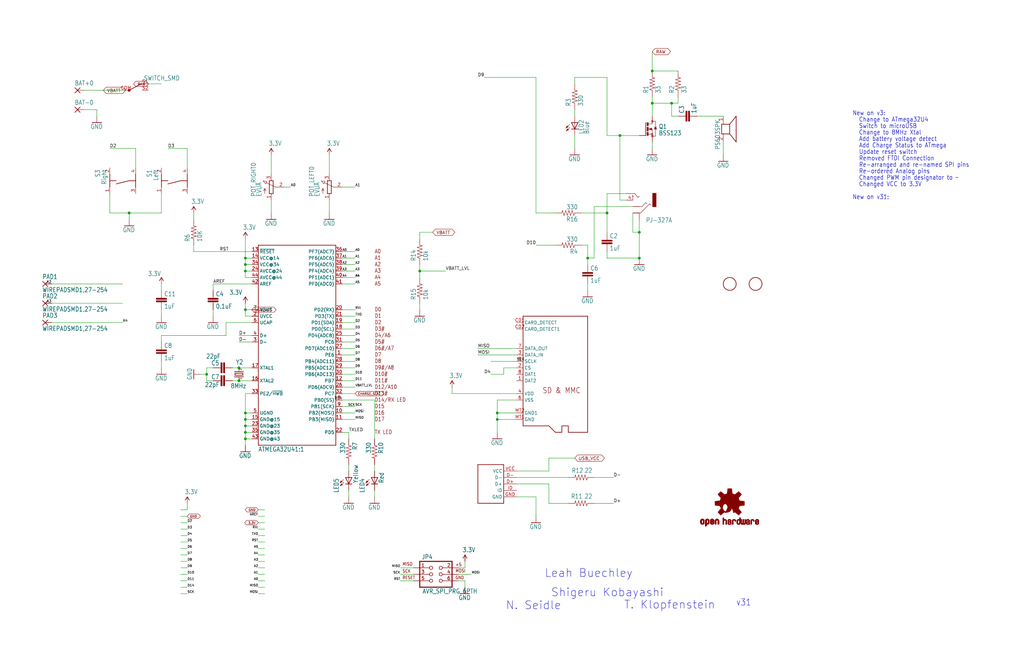
<source format=kicad_sch>
(kicad_sch (version 20230121) (generator eeschema)
  (paper "User" 402.793 260.121)
  (lib_symbols
    (symbol "working-eagle-import:3.3V" (power)
      (property "Value" "3.3V" (at -1.016 3.556 0))
      (symbol "3.3V_1_0"
        (pin power_in line (at 0 0 90) (length 2.54) (name "3.3V") (number "1"))
      )
    )
    (symbol "working-eagle-import:ATMEGA32U41{colon}1"
      (symbol "ATMEGA32U41{colon}1_1_0"
        (text "A0" (at 30.48 34.798 0) (effects (font (size 1.524 1.2954)) (justify left bottom)))
        (text "A1" (at 30.48 32.258 0) (effects (font (size 1.524 1.2954)) (justify left bottom)))
        (text "A2" (at 30.48 29.718 0) (effects (font (size 1.524 1.2954)) (justify left bottom)))
        (text "A3" (at 30.48 27.178 0) (effects (font (size 1.524 1.2954)) (justify left bottom)))
        (text "A4" (at 30.48 24.638 0) (effects (font (size 1.524 1.2954)) (justify left bottom)))
        (text "A5" (at 30.48 22.098 0) (effects (font (size 1.524 1.2954)) (justify left bottom)))
        (text "D0" (at 30.48 11.938 0) (effects (font (size 1.524 1.2954)) (justify left bottom)))
        (text "D1" (at 30.48 9.398 0) (effects (font (size 1.524 1.2954)) (justify left bottom)))
        (text "D10#" (at 30.48 -13.462 0) (effects (font (size 1.524 1.2954)) (justify left bottom)))
        (text "D11#" (at 30.48 -16.002 0) (effects (font (size 1.524 1.2954)) (justify left bottom)))
        (text "D12/A10" (at 30.48 -18.542 0) (effects (font (size 1.524 1.2954)) (justify left bottom)))
        (text "D13#" (at 30.48 -21.082 0) (effects (font (size 1.524 1.2954)) (justify left bottom)))
        (text "D14/RX LED" (at 30.48 -23.622 0) (effects (font (size 1.524 1.2954)) (justify left bottom)))
        (text "D15" (at 30.48 -26.162 0) (effects (font (size 1.524 1.2954)) (justify left bottom)))
        (text "D16" (at 30.48 -28.702 0) (effects (font (size 1.524 1.2954)) (justify left bottom)))
        (text "D17" (at 30.48 -31.242 0) (effects (font (size 1.524 1.2954)) (justify left bottom)))
        (text "D2" (at 30.48 6.858 0) (effects (font (size 1.524 1.2954)) (justify left bottom)))
        (text "D3#" (at 30.48 4.318 0) (effects (font (size 1.524 1.2954)) (justify left bottom)))
        (text "D4/A6" (at 30.48 1.778 0) (effects (font (size 1.524 1.2954)) (justify left bottom)))
        (text "D5#" (at 30.48 -0.762 0) (effects (font (size 1.524 1.2954)) (justify left bottom)))
        (text "D6#/A7" (at 30.48 -3.302 0) (effects (font (size 1.524 1.2954)) (justify left bottom)))
        (text "D7" (at 30.48 -5.842 0) (effects (font (size 1.524 1.2954)) (justify left bottom)))
        (text "D8" (at 30.48 -8.382 0) (effects (font (size 1.524 1.2954)) (justify left bottom)))
        (text "D9#/A8" (at 30.48 -10.922 0) (effects (font (size 1.524 1.2954)) (justify left bottom)))
        (text "TX LED" (at 30.48 -36.322 0) (effects (font (size 1.524 1.2954)) (justify left bottom)))
        (pin bidirectional line (at 17.78 -5.08 180) (length 2.54) (name "PE6") (number "1"))
        (pin bidirectional line (at 17.78 -27.94 180) (length 2.54) (name "PB2(MOSI)") (number "10"))
        (pin bidirectional line (at 17.78 -30.48 180) (length 2.54) (name "PB3(MISO)") (number "11"))
        (pin bidirectional line (at 17.78 -15.24 180) (length 2.54) (name "PB7") (number "12"))
        (pin bidirectional line (at -17.78 35.56 0) (length 2.54) (name "~{RESET}") (number "13"))
        (pin bidirectional line (at -17.78 33.02 0) (length 2.54) (name "VCC@14") (number "14"))
        (pin bidirectional line (at -17.78 -30.48 0) (length 2.54) (name "GND@15") (number "15"))
        (pin bidirectional line (at -17.78 -15.24 0) (length 2.54) (name "XTAL2") (number "16"))
        (pin bidirectional line (at -17.78 -10.16 0) (length 2.54) (name "XTAL1") (number "17"))
        (pin bidirectional line (at 17.78 5.08 180) (length 2.54) (name "PD0(SCL)") (number "18"))
        (pin bidirectional line (at 17.78 7.62 180) (length 2.54) (name "PD1(SDA)") (number "19"))
        (pin bidirectional line (at -17.78 10.16 0) (length 2.54) (name "UVCC") (number "2"))
        (pin bidirectional line (at 17.78 12.7 180) (length 2.54) (name "PD2(RX)") (number "20"))
        (pin bidirectional line (at 17.78 10.16 180) (length 2.54) (name "PD3(TX)") (number "21"))
        (pin bidirectional line (at 17.78 -35.56 180) (length 2.54) (name "PD5") (number "22"))
        (pin bidirectional line (at -17.78 -33.02 0) (length 2.54) (name "GND@23") (number "23"))
        (pin bidirectional line (at -17.78 27.94 0) (length 2.54) (name "AVCC@24") (number "24"))
        (pin bidirectional line (at 17.78 2.54 180) (length 2.54) (name "PD4(ADC8)") (number "25"))
        (pin bidirectional line (at 17.78 -17.78 180) (length 2.54) (name "PD6(ADC9)") (number "26"))
        (pin bidirectional line (at 17.78 -2.54 180) (length 2.54) (name "PD7(ADC10)") (number "27"))
        (pin bidirectional line (at 17.78 -7.62 180) (length 2.54) (name "PB4(ADC11)") (number "28"))
        (pin bidirectional line (at 17.78 -10.16 180) (length 2.54) (name "PB5(ADC12)") (number "29"))
        (pin bidirectional line (at -17.78 0 0) (length 2.54) (name "D-") (number "3"))
        (pin bidirectional line (at 17.78 -12.7 180) (length 2.54) (name "PB6(ADC13)") (number "30"))
        (pin bidirectional line (at 17.78 0 180) (length 2.54) (name "PC6") (number "31"))
        (pin bidirectional line (at 17.78 -20.32 180) (length 2.54) (name "PC7") (number "32"))
        (pin bidirectional line (at -17.78 -20.32 0) (length 2.54) (name "PE2/~{HWB}") (number "33"))
        (pin bidirectional line (at -17.78 30.48 0) (length 2.54) (name "VCC@34") (number "34"))
        (pin bidirectional line (at -17.78 -35.56 0) (length 2.54) (name "GND@35") (number "35"))
        (pin bidirectional line (at 17.78 35.56 180) (length 2.54) (name "PF7(ADC7)") (number "36"))
        (pin bidirectional line (at 17.78 33.02 180) (length 2.54) (name "PF6(ADC6)") (number "37"))
        (pin bidirectional line (at 17.78 30.48 180) (length 2.54) (name "PF5(ADC5)") (number "38"))
        (pin bidirectional line (at 17.78 27.94 180) (length 2.54) (name "PF4(ADC4)") (number "39"))
        (pin bidirectional line (at -17.78 2.54 0) (length 2.54) (name "D+") (number "4"))
        (pin bidirectional line (at 17.78 25.4 180) (length 2.54) (name "PF1(ADC1)") (number "40"))
        (pin bidirectional line (at 17.78 22.86 180) (length 2.54) (name "PF0(ADC0)") (number "41"))
        (pin bidirectional line (at -17.78 22.86 0) (length 2.54) (name "AREF") (number "42"))
        (pin bidirectional line (at -17.78 -38.1 0) (length 2.54) (name "GND@43") (number "43"))
        (pin bidirectional line (at -17.78 25.4 0) (length 2.54) (name "AVCC@44") (number "44"))
        (pin bidirectional line (at -17.78 -27.94 0) (length 2.54) (name "UGND") (number "5"))
        (pin bidirectional line (at -17.78 7.62 0) (length 2.54) (name "UCAP") (number "6"))
        (pin bidirectional line (at -17.78 12.7 0) (length 2.54) (name "VBUS") (number "7"))
        (pin bidirectional line (at 17.78 -22.86 180) (length 2.54) (name "PB0(SS)") (number "8"))
        (pin bidirectional line (at 17.78 -25.4 180) (length 2.54) (name "PB1(SCK)") (number "9"))
      )
    )
    (symbol "working-eagle-import:AVR_SPI_PRG_6PTH"
      (property "Reference" "J" (at -4.318 5.842 0))
      (symbol "AVR_SPI_PRG_6PTH_1_0"
        (text "+5" (at 8.89 3.048 0) (effects (font (size 1.27 1.0795)) (justify left bottom)))
        (text "GND" (at 8.89 -2.032 0) (effects (font (size 1.27 1.0795)) (justify left bottom)))
        (text "MISO" (at -11.938 3.302 0) (effects (font (size 1.27 1.0795)) (justify left bottom)))
        (text "MOSI" (at 8.89 0.635 0) (effects (font (size 1.27 1.0795)) (justify left bottom)))
        (text "RESET" (at -11.938 -2.032 0) (effects (font (size 1.27 1.0795)) (justify left bottom)))
        (text "SCK" (at -11.938 0.508 0) (effects (font (size 1.27 1.0795)) (justify left bottom)))
        (pin passive inverted (at -7.62 2.54 0) (length 7.62) (name "1") (number "1"))
        (pin passive inverted (at 10.16 2.54 180) (length 7.62) (name "2") (number "2"))
        (pin passive inverted (at -7.62 0 0) (length 7.62) (name "3") (number "3"))
        (pin passive inverted (at 10.16 0 180) (length 7.62) (name "4") (number "4"))
        (pin passive inverted (at -7.62 -2.54 0) (length 7.62) (name "5") (number "5"))
        (pin passive inverted (at 10.16 -2.54 180) (length 7.62) (name "6") (number "6"))
      )
    )
    (symbol "working-eagle-import:BSS123"
      (property "Reference" "Q" (at 2.54 0 0))
      (symbol "BSS123_1_0"
        (pin passive line (at -5.08 -2.54 0) (length 2.54) (name "G") (number "1"))
        (pin passive line (at 0 -5.08 90) (length 2.54) (name "S") (number "2"))
        (pin passive line (at 0 5.08 270) (length 2.54) (name "D") (number "3"))
      )
    )
    (symbol "working-eagle-import:CAP0603-CAP"
      (property "Reference" "C" (at 1.524 2.921 0))
      (symbol "CAP0603-CAP_1_0"
        (pin passive line (at 0 5.08 270) (length 2.54) (name "1") (number "1"))
        (pin passive line (at 0 -2.54 90) (length 2.54) (name "2") (number "2"))
      )
    )
    (symbol "working-eagle-import:CRYSTAL5X3"
      (property "Reference" "Y" (at 2.54 1.016 0))
      (symbol "CRYSTAL5X3_1_0"
        (text "1" (at -2.159 -1.143 0) (effects (font (size 0.8636 0.734)) (justify left bottom)))
        (text "2" (at 1.524 -1.143 0) (effects (font (size 0.8636 0.734)) (justify left bottom)))
        (pin passive line (at -2.54 0 0) (length 0) (name "1") (number "1"))
        (pin passive line (at 2.54 0 180) (length 0) (name "2") (number "3"))
      )
    )
    (symbol "working-eagle-import:EVUA"
      (property "Reference" "R" (at -5.969 -3.81 90))
      (symbol "EVUA_1_0"
        (pin passive line (at 0 -5.08 90) (length 2.54) (name "A") (number "1"))
        (pin passive line (at 5.08 0 180) (length 2.54) (name "S") (number "2"))
        (pin passive line (at 0 5.08 270) (length 2.54) (name "E") (number "3"))
      )
    )
    (symbol "working-eagle-import:FIDUCIAL")
    (symbol "working-eagle-import:GND" (power)
      (property "Value" "GND" (at -2.54 -2.54 0))
      (symbol "GND_1_0"
        (pin power_in line (at 0 2.54 270) (length 2.54) (name "GND") (number "1"))
      )
    )
    (symbol "working-eagle-import:LED0603"
      (property "Reference" "LED" (at 3.556 -4.572 90))
      (symbol "LED0603_1_0"
        (pin passive line (at 0 2.54 270) (length 2.54) (name "A") (number "A"))
        (pin passive line (at 0 -5.08 90) (length 2.54) (name "C") (number "C"))
      )
    )
    (symbol "working-eagle-import:MICROSD"
      (symbol "MICROSD_1_0"
        (text "SD & MMC" (at -7.62 -10.16 0) (effects (font (size 2.1844 1.8567)) (justify left bottom)))
        (pin bidirectional line (at -17.78 -5.08 0) (length 2.54) (name "DAT2") (number "1"))
        (pin input line (at -17.78 0 0) (length 2.54) (name "CS") (number "2"))
        (pin input line (at -17.78 5.08 0) (length 2.54) (name "DATA_IN") (number "3"))
        (pin power_in line (at -17.78 -10.16 0) (length 2.54) (name "VDD") (number "4"))
        (pin input line (at -17.78 2.54 0) (length 2.54) (name "SCLK") (number "5"))
        (pin power_in line (at -17.78 -12.7 0) (length 2.54) (name "VSS") (number "6"))
        (pin output line (at -17.78 7.62 0) (length 2.54) (name "DATA_OUT") (number "7"))
        (pin bidirectional line (at -17.78 -2.54 0) (length 2.54) (name "DAT1") (number "8"))
        (pin passive line (at -17.78 17.78 0) (length 2.54) (name "CARD_DETECT") (number "CD1"))
        (pin passive line (at -17.78 15.24 0) (length 2.54) (name "CARD_DETECT1") (number "CD2"))
        (pin power_in line (at -17.78 -20.32 0) (length 2.54) (name "GND") (number "MT1"))
        (pin power_in line (at -17.78 -17.78 0) (length 2.54) (name "GND1") (number "MT2"))
      )
    )
    (symbol "working-eagle-import:OSHW-LOGOL")
    (symbol "working-eagle-import:PJ-327A"
      (symbol "PJ-327A_1_0"
        (pin passive line (at -2.54 -2.54 0) (length 2.54) (name "1") (number "1"))
        (pin passive line (at -5.08 5.08 0) (length 2.54) (name "2") (number "2"))
        (pin passive line (at -2.54 0 0) (length 2.54) (name "3") (number "3"))
        (pin passive line (at -5.08 2.54 0) (length 2.54) (name "4") (number "4"))
        (pin passive line (at 0 -5.08 90) (length 2.54) (name "5") (number "5"))
      )
    )
    (symbol "working-eagle-import:PS603SPK"
      (symbol "PS603SPK_1_0"
        (pin passive line (at -5.08 0 0) (length 2.54) (name "1") (number "1"))
        (pin passive line (at 5.08 0 180) (length 2.54) (name "2") (number "2"))
      )
    )
    (symbol "working-eagle-import:RESISTOR0603-RES"
      (property "Reference" "R" (at -3.81 1.4986 0))
      (symbol "RESISTOR0603-RES_1_0"
        (pin passive line (at -5.08 0 0) (length 2.54) (name "1") (number "1"))
        (pin passive line (at 5.08 0 180) (length 2.54) (name "2") (number "2"))
      )
    )
    (symbol "working-eagle-import:SMD5"
      (property "Reference" "PAD" (at -1.143 1.8542 0))
      (symbol "SMD5_1_0"
        (pin passive line (at 2.54 0 180) (length 2.54) (name "P") (number "1"))
      )
    )
    (symbol "working-eagle-import:SWITCH_SMD"
      (symbol "SWITCH_SMD_1_0"
        (pin passive line (at -7.62 0 0) (length 2.54) (name "COM") (number "COM"))
        (pin passive line (at 2.54 2.54 180) (length 2.54) (name "S1") (number "S1"))
        (pin passive line (at 2.54 0 180) (length 2.54) (name "S2") (number "S2"))
      )
    )
    (symbol "working-eagle-import:TASTER-9314_SMD"
      (property "Reference" "S" (at 4.445 10.795 0))
      (symbol "TASTER-9314_SMD_1_0"
        (pin passive line (at -5.08 5.08 0) (length 2.54) (name "1") (number "1"))
        (pin passive line (at 5.08 5.08 180) (length 2.54) (name "2") (number "2"))
        (pin passive line (at -5.08 -5.08 0) (length 2.54) (name "3") (number "3"))
        (pin passive line (at 5.08 -5.08 180) (length 2.54) (name "4") (number "4"))
      )
    )
    (symbol "working-eagle-import:USB_B_SMD"
      (symbol "USB_B_SMD_1_0"
        (pin bidirectional line (at 10.16 0 180) (length 5.08) (name "D+") (number "D+"))
        (pin bidirectional line (at 10.16 2.54 180) (length 5.08) (name "D-") (number "D-"))
        (pin bidirectional line (at 10.16 -5.08 180) (length 5.08) (name "GND") (number "GND"))
        (pin bidirectional line (at 10.16 -2.54 180) (length 5.08) (name "ID") (number "ID"))
        (pin bidirectional line (at 10.16 5.08 180) (length 5.08) (name "VCC") (number "VCC"))
      )
    )
    (symbol "working-eagle-import:WIREPADSMD1,27-254"
      (property "Reference" "PAD" (at -1.143 1.8542 0))
      (symbol "WIREPADSMD1,27-254_1_0"
        (pin passive line (at 2.54 0 180) (length 2.54) (name "P") (number "1"))
      )
    )
    (symbol "working-eagle-import:supply1_GND" (power)
      (property "Value" "supply1_GND" (at -2.54 -2.54 0))
      (symbol "supply1_GND_1_0"
        (pin power_in line (at 0 2.54 270) (length 2.54) (name "GND") (number "1"))
      )
    )
  )
  (junction (at 96.52 172.72))
  (junction (at 251.46 91.44))
  (junction (at 256.54 27.94))
  (junction (at 96.52 167.64))
  (junction (at 96.52 170.18))
  (junction (at 93.98 144.78))
  (junction (at 93.98 149.86))
  (junction (at 96.52 162.56))
  (junction (at 256.54 40.64))
  (junction (at 238.76 83.82))
  (junction (at 96.52 121.92))
  (junction (at 231.14 101.6))
  (junction (at 165.1 106.68))
  (junction (at 96.52 165.1))
  (junction (at 96.52 104.14))
  (junction (at 50.8 83.82))
  (junction (at 96.52 101.6))
  (junction (at 251.46 101.6))
  (junction (at 264.16 40.64))
  (junction (at 81.28 147.32))
  (junction (at 243.84 53.34))
  (junction (at 96.52 106.68))
  (junction (at 195.58 165.1))
  (junction (at 195.58 162.56))
  (wire (pts (xy 251.46 53.34) (xy 243.84 53.34)) (stroke (width 0.1524)))
  (wire (pts (xy 53.34 66.04) (xy 53.34 58.42)) (stroke (width 0.1524)))
  (wire (pts (xy 137.16 195.58) (xy 137.16 193.04)) (stroke (width 0.1524)))
  (wire (pts (xy 165.1 106.68) (xy 165.1 104.14)) (stroke (width 0.1524)))
  (wire (pts (xy 210.82 30.48) (xy 210.82 83.82)) (stroke (width 0.1524)))
  (wire (pts (xy 96.52 170.18) (xy 96.52 172.72)) (stroke (width 0.1524)))
  (wire (pts (xy 134.62 160.02) (xy 139.7 160.02)) (stroke (width 0.1524)))
  (wire (pts (xy 71.12 233.68) (xy 73.66 233.68)) (stroke (width 0.1524)))
  (wire (pts (xy 81.28 144.78) (xy 81.28 147.32)) (stroke (width 0.1524)))
  (wire (pts (xy 93.98 144.78) (xy 91.44 144.78)) (stroke (width 0.1524)))
  (wire (pts (xy 63.5 132.08) (xy 63.5 134.62)) (stroke (width 0.1524)))
  (wire (pts (xy 195.58 157.48) (xy 195.58 162.56)) (stroke (width 0.1524)))
  (wire (pts (xy 71.12 231.14) (xy 73.66 231.14)) (stroke (width 0.1524)))
  (wire (pts (xy 73.66 66.04) (xy 73.66 58.42)) (stroke (width 0.1524)))
  (wire (pts (xy 104.14 223.52) (xy 101.6 223.52)) (stroke (width 0.1524)))
  (wire (pts (xy 231.14 101.6) (xy 231.14 104.14)) (stroke (width 0.1524)))
  (wire (pts (xy 215.9 185.42) (xy 215.9 180.34)) (stroke (width 0.1524)))
  (wire (pts (xy 96.52 104.14) (xy 96.52 101.6)) (stroke (width 0.1524)))
  (wire (pts (xy 134.62 144.78) (xy 139.7 144.78)) (stroke (width 0.1524)))
  (wire (pts (xy 33.02 43.18) (xy 38.1 43.18)) (stroke (width 0.1524)))
  (wire (pts (xy 162.56 226.06) (xy 157.48 226.06)) (stroke (width 0.1524)))
  (wire (pts (xy 203.2 165.1) (xy 195.58 165.1)) (stroke (width 0.1524)))
  (wire (pts (xy 165.1 109.22) (xy 165.1 106.68)) (stroke (width 0.1524)))
  (wire (pts (xy 134.62 129.54) (xy 139.7 129.54)) (stroke (width 0.1524)))
  (wire (pts (xy 210.82 195.58) (xy 210.82 203.2)) (stroke (width 0.1524)))
  (wire (pts (xy 99.06 124.46) (xy 96.52 124.46)) (stroke (width 0.1524)))
  (wire (pts (xy 195.58 165.1) (xy 195.58 170.18)) (stroke (width 0.1524)))
  (wire (pts (xy 96.52 167.64) (xy 96.52 170.18)) (stroke (width 0.1524)))
  (wire (pts (xy 256.54 38.1) (xy 256.54 40.64)) (stroke (width 0.1524)))
  (wire (pts (xy 106.68 83.82) (xy 106.68 78.74)) (stroke (width 0.1524)))
  (wire (pts (xy 203.2 190.5) (xy 215.9 190.5)) (stroke (width 0.1524)))
  (wire (pts (xy 104.14 233.68) (xy 101.6 233.68)) (stroke (width 0.1524)))
  (wire (pts (xy 99.06 104.14) (xy 96.52 104.14)) (stroke (width 0.1524)))
  (wire (pts (xy 256.54 40.64) (xy 256.54 45.72)) (stroke (width 0.1524)))
  (wire (pts (xy 58.42 33.02) (xy 63.5 33.02)) (stroke (width 0.1524)))
  (wire (pts (xy 134.62 152.4) (xy 139.7 152.4)) (stroke (width 0.1524)))
  (wire (pts (xy 233.68 81.28) (xy 248.92 81.28)) (stroke (width 0.1524)))
  (wire (pts (xy 264.16 40.64) (xy 264.16 45.72)) (stroke (width 0.1524)))
  (wire (pts (xy 20.32 111.76) (xy 48.26 111.76)) (stroke (width 0.1524)))
  (wire (pts (xy 228.6 83.82) (xy 238.76 83.82)) (stroke (width 0.1524)))
  (wire (pts (xy 96.52 124.46) (xy 96.52 121.92)) (stroke (width 0.1524)))
  (wire (pts (xy 256.54 58.42) (xy 256.54 55.88)) (stroke (width 0.1524)))
  (wire (pts (xy 99.06 167.64) (xy 96.52 167.64)) (stroke (width 0.1524)))
  (wire (pts (xy 71.12 208.28) (xy 73.66 208.28)) (stroke (width 0.1524)))
  (wire (pts (xy 83.82 111.76) (xy 83.82 114.3)) (stroke (width 0.1524)))
  (wire (pts (xy 218.44 96.52) (xy 210.82 96.52)) (stroke (width 0.1524)))
  (wire (pts (xy 88.9 127) (xy 88.9 132.08)) (stroke (width 0.1524)))
  (wire (pts (xy 96.52 165.1) (xy 96.52 167.64)) (stroke (width 0.1524)))
  (wire (pts (xy 246.38 78.74) (xy 243.84 78.74)) (stroke (width 0.1524)))
  (wire (pts (xy 147.32 157.48) (xy 147.32 172.72)) (stroke (width 0.1524)))
  (wire (pts (xy 96.52 101.6) (xy 96.52 93.98)) (stroke (width 0.1524)))
  (wire (pts (xy 73.66 203.2) (xy 71.12 203.2)) (stroke (width 0.1524)))
  (wire (pts (xy 134.62 139.7) (xy 139.7 139.7)) (stroke (width 0.1524)))
  (wire (pts (xy 226.06 43.18) (xy 226.06 45.72)) (stroke (width 0.1524)))
  (wire (pts (xy 83.82 149.86) (xy 81.28 149.86)) (stroke (width 0.1524)))
  (wire (pts (xy 134.62 149.86) (xy 139.7 149.86)) (stroke (width 0.1524)))
  (wire (pts (xy 134.62 111.76) (xy 139.7 111.76)) (stroke (width 0.1524)))
  (wire (pts (xy 73.66 58.42) (xy 66.04 58.42)) (stroke (width 0.1524)))
  (wire (pts (xy 165.1 91.44) (xy 170.18 91.44)) (stroke (width 0.1524)))
  (wire (pts (xy 226.06 33.02) (xy 226.06 30.48)) (stroke (width 0.1524)))
  (wire (pts (xy 165.1 121.92) (xy 165.1 119.38)) (stroke (width 0.1524)))
  (wire (pts (xy 238.76 101.6) (xy 251.46 101.6)) (stroke (width 0.1524)))
  (wire (pts (xy 134.62 109.22) (xy 139.7 109.22)) (stroke (width 0.1524)))
  (wire (pts (xy 76.2 83.82) (xy 76.2 86.36)) (stroke (width 0.1524)))
  (wire (pts (xy 238.76 99.06) (xy 238.76 101.6)) (stroke (width 0.1524)))
  (wire (pts (xy 96.52 119.38) (xy 96.52 121.92)) (stroke (width 0.1524)))
  (wire (pts (xy 81.28 147.32) (xy 81.28 149.86)) (stroke (width 0.1524)))
  (wire (pts (xy 134.62 99.06) (xy 139.7 99.06)) (stroke (width 0.1524)))
  (wire (pts (xy 182.88 220.98) (xy 182.88 223.52)) (stroke (width 0.1524)))
  (wire (pts (xy 99.06 132.08) (xy 93.98 132.08)) (stroke (width 0.1524)))
  (wire (pts (xy 274.32 45.72) (xy 284.48 45.72)) (stroke (width 0.1524)))
  (wire (pts (xy 63.5 144.78) (xy 63.5 142.24)) (stroke (width 0.1524)))
  (wire (pts (xy 182.88 228.6) (xy 182.88 231.14)) (stroke (width 0.1524)))
  (wire (pts (xy 231.14 101.6) (xy 233.68 101.6)) (stroke (width 0.1524)))
  (wire (pts (xy 231.14 111.76) (xy 231.14 114.3)) (stroke (width 0.1524)))
  (wire (pts (xy 231.14 96.52) (xy 231.14 101.6)) (stroke (width 0.1524)))
  (wire (pts (xy 266.7 40.64) (xy 264.16 40.64)) (stroke (width 0.1524)))
  (wire (pts (xy 134.62 134.62) (xy 139.7 134.62)) (stroke (width 0.1524)))
  (wire (pts (xy 99.06 111.76) (xy 83.82 111.76)) (stroke (width 0.1524)))
  (wire (pts (xy 99.06 149.86) (xy 93.98 149.86)) (stroke (width 0.1524)))
  (wire (pts (xy 266.7 27.94) (xy 256.54 27.94)) (stroke (width 0.1524)))
  (wire (pts (xy 104.14 226.06) (xy 101.6 226.06)) (stroke (width 0.1524)))
  (wire (pts (xy 43.18 83.82) (xy 43.18 76.2)) (stroke (width 0.1524)))
  (wire (pts (xy 104.14 203.2) (xy 101.6 203.2)) (stroke (width 0.1524)))
  (wire (pts (xy 114.3 73.66) (xy 111.76 73.66)) (stroke (width 0.1524)))
  (wire (pts (xy 203.2 137.16) (xy 187.96 137.16)) (stroke (width 0.1524)))
  (wire (pts (xy 243.84 53.34) (xy 238.76 53.34)) (stroke (width 0.1524)))
  (wire (pts (xy 71.12 215.9) (xy 73.66 215.9)) (stroke (width 0.1524)))
  (wire (pts (xy 71.12 218.44) (xy 73.66 218.44)) (stroke (width 0.1524)))
  (wire (pts (xy 134.62 165.1) (xy 139.7 165.1)) (stroke (width 0.1524)))
  (wire (pts (xy 71.12 205.74) (xy 73.66 205.74)) (stroke (width 0.1524)))
  (wire (pts (xy 96.52 172.72) (xy 96.52 175.26)) (stroke (width 0.1524)))
  (wire (pts (xy 284.48 55.88) (xy 284.48 60.96)) (stroke (width 0.1524)))
  (wire (pts (xy 99.06 172.72) (xy 96.52 172.72)) (stroke (width 0.1524)))
  (wire (pts (xy 195.58 162.56) (xy 195.58 165.1)) (stroke (width 0.1524)))
  (wire (pts (xy 50.8 86.36) (xy 50.8 83.82)) (stroke (width 0.1524)))
  (wire (pts (xy 238.76 30.48) (xy 226.06 30.48)) (stroke (width 0.1524)))
  (wire (pts (xy 226.06 53.34) (xy 226.06 58.42)) (stroke (width 0.1524)))
  (wire (pts (xy 147.32 195.58) (xy 147.32 193.04)) (stroke (width 0.1524)))
  (wire (pts (xy 203.2 157.48) (xy 195.58 157.48)) (stroke (width 0.1524)))
  (wire (pts (xy 137.16 182.88) (xy 137.16 185.42)) (stroke (width 0.1524)))
  (wire (pts (xy 53.34 58.42) (xy 43.18 58.42)) (stroke (width 0.1524)))
  (wire (pts (xy 104.14 215.9) (xy 101.6 215.9)) (stroke (width 0.1524)))
  (wire (pts (xy 238.76 83.82) (xy 238.76 91.44)) (stroke (width 0.1524)))
  (wire (pts (xy 134.62 127) (xy 139.7 127)) (stroke (width 0.1524)))
  (wire (pts (xy 215.9 190.5) (xy 215.9 198.12)) (stroke (width 0.1524)))
  (wire (pts (xy 251.46 86.36) (xy 251.46 91.44)) (stroke (width 0.1524)))
  (wire (pts (xy 198.12 147.32) (xy 193.04 147.32)) (stroke (width 0.1524)))
  (wire (pts (xy 134.62 147.32) (xy 139.7 147.32)) (stroke (width 0.1524)))
  (wire (pts (xy 71.12 226.06) (xy 73.66 226.06)) (stroke (width 0.1524)))
  (wire (pts (xy 63.5 76.2) (xy 63.5 83.82)) (stroke (width 0.1524)))
  (wire (pts (xy 134.62 121.92) (xy 139.7 121.92)) (stroke (width 0.1524)))
  (wire (pts (xy 99.06 109.22) (xy 96.52 109.22)) (stroke (width 0.1524)))
  (wire (pts (xy 134.62 124.46) (xy 139.7 124.46)) (stroke (width 0.1524)))
  (wire (pts (xy 134.62 154.94) (xy 139.7 154.94)) (stroke (width 0.1524)))
  (wire (pts (xy 99.06 134.62) (xy 93.98 134.62)) (stroke (width 0.1524)))
  (wire (pts (xy 99.06 99.06) (xy 76.2 99.06)) (stroke (width 0.1524)))
  (wire (pts (xy 218.44 83.82) (xy 210.82 83.82)) (stroke (width 0.1524)))
  (wire (pts (xy 215.9 180.34) (xy 226.06 180.34)) (stroke (width 0.1524)))
  (wire (pts (xy 104.14 205.74) (xy 101.6 205.74)) (stroke (width 0.1524)))
  (wire (pts (xy 134.62 142.24) (xy 139.7 142.24)) (stroke (width 0.1524)))
  (wire (pts (xy 228.6 96.52) (xy 231.14 96.52)) (stroke (width 0.1524)))
  (wire (pts (xy 180.34 223.52) (xy 182.88 223.52)) (stroke (width 0.1524)))
  (wire (pts (xy 63.5 111.76) (xy 63.5 114.3)) (stroke (width 0.1524)))
  (wire (pts (xy 104.14 231.14) (xy 101.6 231.14)) (stroke (width 0.1524)))
  (wire (pts (xy 104.14 200.66) (xy 101.6 200.66)) (stroke (width 0.1524)))
  (wire (pts (xy 99.06 162.56) (xy 96.52 162.56)) (stroke (width 0.1524)))
  (wire (pts (xy 137.16 170.18) (xy 137.16 172.72)) (stroke (width 0.1524)))
  (wire (pts (xy 106.68 60.96) (xy 106.68 68.58)) (stroke (width 0.1524)))
  (wire (pts (xy 248.92 83.82) (xy 248.92 91.44)) (stroke (width 0.1524)))
  (wire (pts (xy 233.68 101.6) (xy 233.68 81.28)) (stroke (width 0.1524)))
  (wire (pts (xy 104.14 208.28) (xy 101.6 208.28)) (stroke (width 0.1524)))
  (wire (pts (xy 48.26 35.56) (xy 33.02 35.56)) (stroke (width 0.1524)))
  (wire (pts (xy 203.2 144.78) (xy 198.12 144.78)) (stroke (width 0.1524)))
  (wire (pts (xy 165.1 106.68) (xy 175.26 106.68)) (stroke (width 0.1524)))
  (wire (pts (xy 210.82 195.58) (xy 203.2 195.58)) (stroke (width 0.1524)))
  (wire (pts (xy 134.62 137.16) (xy 139.7 137.16)) (stroke (width 0.1524)))
  (wire (pts (xy 71.12 213.36) (xy 73.66 213.36)) (stroke (width 0.1524)))
  (wire (pts (xy 162.56 223.52) (xy 157.48 223.52)) (stroke (width 0.1524)))
  (wire (pts (xy 99.06 144.78) (xy 93.98 144.78)) (stroke (width 0.1524)))
  (wire (pts (xy 38.1 43.18) (xy 38.1 45.72)) (stroke (width 0.1524)))
  (wire (pts (xy 104.14 228.6) (xy 101.6 228.6)) (stroke (width 0.1524)))
  (wire (pts (xy 99.06 170.18) (xy 96.52 170.18)) (stroke (width 0.1524)))
  (wire (pts (xy 203.2 142.24) (xy 193.04 142.24)) (stroke (width 0.1524)))
  (wire (pts (xy 243.84 78.74) (xy 243.84 53.34)) (stroke (width 0.1524)))
  (wire (pts (xy 147.32 185.42) (xy 147.32 182.88)) (stroke (width 0.1524)))
  (wire (pts (xy 203.2 162.56) (xy 195.58 162.56)) (stroke (width 0.1524)))
  (wire (pts (xy 203.2 139.7) (xy 187.96 139.7)) (stroke (width 0.1524)))
  (wire (pts (xy 238.76 83.82) (xy 238.76 76.2)) (stroke (width 0.1524)))
  (wire (pts (xy 104.14 218.44) (xy 101.6 218.44)) (stroke (width 0.1524)))
  (wire (pts (xy 233.68 187.96) (xy 241.3 187.96)) (stroke (width 0.1524)))
  (wire (pts (xy 96.52 154.94) (xy 96.52 162.56)) (stroke (width 0.1524)))
  (wire (pts (xy 71.12 223.52) (xy 73.66 223.52)) (stroke (width 0.1524)))
  (wire (pts (xy 50.8 83.82) (xy 43.18 83.82)) (stroke (width 0.1524)))
  (wire (pts (xy 256.54 20.32) (xy 256.54 27.94)) (stroke (width 0.1524)))
  (wire (pts (xy 134.62 106.68) (xy 139.7 106.68)) (stroke (width 0.1524)))
  (wire (pts (xy 96.52 162.56) (xy 96.52 165.1)) (stroke (width 0.1524)))
  (wire (pts (xy 93.98 149.86) (xy 91.44 149.86)) (stroke (width 0.1524)))
  (wire (pts (xy 203.2 185.42) (xy 215.9 185.42)) (stroke (width 0.1524)))
  (wire (pts (xy 73.66 200.66) (xy 71.12 200.66)) (stroke (width 0.1524)))
  (wire (pts (xy 165.1 93.98) (xy 165.1 91.44)) (stroke (width 0.1524)))
  (wire (pts (xy 251.46 91.44) (xy 251.46 101.6)) (stroke (width 0.1524)))
  (wire (pts (xy 129.54 60.96) (xy 129.54 68.58)) (stroke (width 0.1524)))
  (wire (pts (xy 129.54 83.82) (xy 129.54 78.74)) (stroke (width 0.1524)))
  (wire (pts (xy 99.06 121.92) (xy 96.52 121.92)) (stroke (width 0.1524)))
  (wire (pts (xy 99.06 127) (xy 88.9 127)) (stroke (width 0.1524)))
  (wire (pts (xy 83.82 144.78) (xy 81.28 144.78)) (stroke (width 0.1524)))
  (wire (pts (xy 63.5 121.92) (xy 63.5 124.46)) (stroke (width 0.1524)))
  (wire (pts (xy 78.74 147.32) (xy 81.28 147.32)) (stroke (width 0.1524)))
  (wire (pts (xy 198.12 144.78) (xy 198.12 147.32)) (stroke (width 0.1524)))
  (wire (pts (xy 99.06 101.6) (xy 96.52 101.6)) (stroke (width 0.1524)))
  (wire (pts (xy 48.26 127) (xy 20.32 127)) (stroke (width 0.1524)))
  (wire (pts (xy 233.68 198.12) (xy 241.3 198.12)) (stroke (width 0.1524)))
  (wire (pts (xy 104.14 210.82) (xy 101.6 210.82)) (stroke (width 0.1524)))
  (wire (pts (xy 134.62 101.6) (xy 139.7 101.6)) (stroke (width 0.1524)))
  (wire (pts (xy 63.5 83.82) (xy 50.8 83.82)) (stroke (width 0.1524)))
  (wire (pts (xy 215.9 198.12) (xy 223.52 198.12)) (stroke (width 0.1524)))
  (wire (pts (xy 210.82 30.48) (xy 190.5 30.48)) (stroke (width 0.1524)))
  (wire (pts (xy 20.32 119.38) (xy 48.26 119.38)) (stroke (width 0.1524)))
  (wire (pts (xy 88.9 132.08) (xy 63.5 132.08)) (stroke (width 0.1524)))
  (wire (pts (xy 264.16 45.72) (xy 266.7 45.72)) (stroke (width 0.1524)))
  (wire (pts (xy 266.7 38.1) (xy 266.7 40.64)) (stroke (width 0.1524)))
  (wire (pts (xy 180.34 228.6) (xy 182.88 228.6)) (stroke (width 0.1524)))
  (wire (pts (xy 139.7 73.66) (xy 134.62 73.66)) (stroke (width 0.1524)))
  (wire (pts (xy 99.06 154.94) (xy 96.52 154.94)) (stroke (width 0.1524)))
  (wire (pts (xy 99.06 106.68) (xy 96.52 106.68)) (stroke (width 0.1524)))
  (wire (pts (xy 180.34 226.06) (xy 185.42 226.06)) (stroke (width 0.1524)))
  (wire (pts (xy 203.2 187.96) (xy 223.52 187.96)) (stroke (width 0.1524)))
  (wire (pts (xy 76.2 96.52) (xy 76.2 99.06)) (stroke (width 0.1524)))
  (wire (pts (xy 96.52 109.22) (xy 96.52 106.68)) (stroke (width 0.1524)))
  (wire (pts (xy 256.54 40.64) (xy 264.16 40.64)) (stroke (width 0.1524)))
  (wire (pts (xy 238.76 53.34) (xy 238.76 30.48)) (stroke (width 0.1524)))
  (wire (pts (xy 104.14 220.98) (xy 101.6 220.98)) (stroke (width 0.1524)))
  (wire (pts (xy 134.62 162.56) (xy 139.7 162.56)) (stroke (width 0.1524)))
  (wire (pts (xy 104.14 213.36) (xy 101.6 213.36)) (stroke (width 0.1524)))
  (wire (pts (xy 96.52 106.68) (xy 96.52 104.14)) (stroke (width 0.1524)))
  (wire (pts (xy 248.92 91.44) (xy 251.46 91.44)) (stroke (width 0.1524)))
  (wire (pts (xy 83.82 124.46) (xy 83.82 121.92)) (stroke (width 0.1524)))
  (wire (pts (xy 71.12 228.6) (xy 73.66 228.6)) (stroke (width 0.1524)))
  (wire (pts (xy 134.62 104.14) (xy 139.7 104.14)) (stroke (width 0.1524)))
  (wire (pts (xy 238.76 76.2) (xy 246.38 76.2)) (stroke (width 0.1524)))
  (wire (pts (xy 177.8 154.94) (xy 177.8 152.4)) (stroke (width 0.1524)))
  (wire (pts (xy 162.56 228.6) (xy 157.48 228.6)) (stroke (width 0.1524)))
  (wire (pts (xy 203.2 154.94) (xy 177.8 154.94)) (stroke (width 0.1524)))
  (wire (pts (xy 134.62 157.48) (xy 147.32 157.48)) (stroke (width 0.1524)))
  (wire (pts (xy 134.62 170.18) (xy 137.16 170.18)) (stroke (width 0.1524)))
  (wire (pts (xy 99.06 165.1) (xy 96.52 165.1)) (stroke (width 0.1524)))
  (wire (pts (xy 134.62 132.08) (xy 139.7 132.08)) (stroke (width 0.1524)))
  (wire (pts (xy 73.66 198.12) (xy 73.66 200.66)) (stroke (width 0.1524)))
  (wire (pts (xy 73.66 220.98) (xy 71.12 220.98)) (stroke (width 0.1524)))
  (wire (pts (xy 71.12 210.82) (xy 73.66 210.82)) (stroke (width 0.1524)))
  (text "Switch to microUSB" (at 337.82 50.8 0) (effects (font (size 1.778 1.5113)) (justify left bottom)))
  (text "Update reset switch" (at 337.82 60.96 0) (effects (font (size 1.778 1.5113)) (justify left bottom)))
  (text "Changed PWM pin designator to ~" (at 337.82 71.12 0) (effects (font (size 1.778 1.5113)) (justify left bottom)))
  (text "Re-ordered Analog pins" (at 337.82 68.58 0) (effects (font (size 1.778 1.5113)) (justify left bottom)))
  (text "Re-arranged and re-named SPI pins" (at 337.82 66.04 0) (effects (font (size 1.778 1.5113)) (justify left bottom)))
  (text "N. Seidle" (at 198.882 240.284 0) (effects (font (size 3.175 3.175)) (justify left bottom)))
  (text "Add Charge Status to ATmega" (at 337.82 58.42 0) (effects (font (size 1.778 1.5113)) (justify left bottom)))
  (text "Change to 8MHz Xtal" (at 337.82 53.34 0) (effects (font (size 1.778 1.5113)) (justify left bottom)))
  (text "New on v3:" (at 335.28 45.72 0) (effects (font (size 1.778 1.5113)) (justify left bottom)))
  (text "Changed VCC to 3.3V" (at 337.82 73.66 0) (effects (font (size 1.778 1.5113)) (justify left bottom)))
  (text "Shigeru Kobayashi" (at 216.662 235.204 0) (effects (font (size 3.175 3.175)) (justify left bottom)))
  (text "Leah Buechley" (at 214.122 227.584 0) (effects (font (size 3.175 3.175)) (justify left bottom)))
  (text "Add battery voltage detect" (at 337.82 55.88 0) (effects (font (size 1.778 1.5113)) (justify left bottom)))
  (text "Removed FTDI Connection" (at 337.82 63.5 0) (effects (font (size 1.778 1.5113)) (justify left bottom)))
  (text "Change to ATmega32U4" (at 337.82 48.26 0) (effects (font (size 1.778 1.5113)) (justify left bottom)))
  (text "v31" (at 289.56 238.76 0) (effects (font (size 2.54 2.159)) (justify left bottom)))
  (text "New on v31:" (at 335.28 78.74 0) (effects (font (size 1.778 1.5113)) (justify left bottom)))
  (text "T. Klopfenstein" (at 245.364 240.03 0) (effects (font (size 3.175 3.175)) (justify left bottom)))
  (label "D4" (at 73.66 210.82 0) (effects (font (size 0.889 0.889))))
  (label "D+" (at 93.98 132.08 0) (effects (font (size 1.2446 1.2446))))
  (label "D10" (at 73.66 226.06 0) (effects (font (size 0.889 0.889))))
  (label "SCK" (at 203.2 142.24 0) (effects (font (size 1.016 1.016))))
  (label "D7" (at 73.66 218.44 0) (effects (font (size 0.889 0.889))))
  (label "A3" (at 20.32 119.38 180) (effects (font (size 1.016 1.016))))
  (label "MOSI" (at 101.6 233.68 180) (effects (font (size 0.889 0.889))))
  (label "D-" (at 93.98 134.62 0) (effects (font (size 1.2446 1.2446))))
  (label "A4" (at 48.26 127 0) (effects (font (size 1.016 1.016))))
  (label "D11" (at 73.66 228.6 0) (effects (font (size 0.889 0.889))))
  (label "D3" (at 73.66 208.28 0) (effects (font (size 0.889 0.889))))
  (label "MISO" (at 139.7 165.1 0) (effects (font (size 0.889 0.889))))
  (label "A2" (at 101.6 223.52 180) (effects (font (size 0.889 0.889))))
  (label "SCK" (at 139.7 160.02 180) (effects (font (size 0.889 0.889))))
  (label "D9" (at 73.66 223.52 0) (effects (font (size 0.889 0.889))))
  (label "A3" (at 134.62 106.68 0) (effects (font (size 0.889 0.889))))
  (label "A1" (at 139.7 101.6 0) (effects (font (size 0.889 0.889))))
  (label "SCK" (at 139.7 160.02 0) (effects (font (size 0.889 0.889))))
  (label "D6" (at 73.66 215.9 0) (effects (font (size 0.889 0.889))))
  (label "MISO" (at 157.48 223.52 180) (effects (font (size 0.889 0.889))))
  (label "A3" (at 139.7 106.68 0) (effects (font (size 0.889 0.889))))
  (label "D3" (at 66.04 58.42 0) (effects (font (size 1.2446 1.2446))))
  (label "A1" (at 101.6 226.06 180) (effects (font (size 0.889 0.889))))
  (label "AREF" (at 101.6 203.2 180) (effects (font (size 0.889 0.889))))
  (label "MOSI" (at 139.7 162.56 0) (effects (font (size 0.889 0.889))))
  (label "D6" (at 139.7 137.16 0) (effects (font (size 0.889 0.889))))
  (label "AREF" (at 83.82 111.76 0) (effects (font (size 1.2446 1.2446))))
  (label "A2" (at 20.32 111.76 180) (effects (font (size 1.016 1.016))))
  (label "D2" (at 139.7 127 0) (effects (font (size 0.889 0.889))))
  (label "D-" (at 241.3 187.96 0) (effects (font (size 1.2446 1.2446))))
  (label "D14" (at 73.66 231.14 0) (effects (font (size 0.889 0.889))))
  (label "A0" (at 139.7 99.06 0) (effects (font (size 0.889 0.889))))
  (label "D10" (at 210.82 96.52 180) (effects (font (size 1.2446 1.2446))))
  (label "D2" (at 73.66 205.74 0) (effects (font (size 0.889 0.889))))
  (label "D4" (at 193.04 147.32 180) (effects (font (size 1.2446 1.2446))))
  (label "RST" (at 101.6 213.36 180) (effects (font (size 0.889 0.889))))
  (label "D4" (at 139.7 132.08 0) (effects (font (size 0.889 0.889))))
  (label "VBATT_LVL" (at 175.26 106.68 0) (effects (font (size 1.2446 1.2446))))
  (label "SCK" (at 157.48 226.06 180) (effects (font (size 0.889 0.889))))
  (label "A3" (at 101.6 220.98 180) (effects (font (size 0.889 0.889))))
  (label "A2" (at 139.7 104.14 0) (effects (font (size 0.889 0.889))))
  (label "A4" (at 101.6 218.44 180) (effects (font (size 0.889 0.889))))
  (label "MISO" (at 101.6 231.14 180) (effects (font (size 0.889 0.889))))
  (label "D9" (at 139.7 144.78 0) (effects (font (size 0.889 0.889))))
  (label "A1" (at 139.7 73.66 0) (effects (font (size 1.016 1.016))))
  (label "A4" (at 134.62 109.22 0) (effects (font (size 0.889 0.889))))
  (label "D5" (at 139.7 134.62 0) (effects (font (size 0.889 0.889))))
  (label "D11" (at 139.7 149.86 0) (effects (font (size 0.889 0.889))))
  (label "D5" (at 73.66 213.36 0) (effects (font (size 0.889 0.889))))
  (label "A5" (at 101.6 215.9 180) (effects (font (size 0.889 0.889))))
  (label "A0" (at 101.6 228.6 180) (effects (font (size 0.889 0.889))))
  (label "RST" (at 86.36 99.06 0) (effects (font (size 1.2446 1.2446))))
  (label "A4" (at 139.7 109.22 0) (effects (font (size 0.889 0.889))))
  (label "RXI" (at 101.6 208.28 180) (effects (font (size 0.889 0.889))))
  (label "D14" (at 134.62 157.48 180) (effects (font (size 1.016 1.016))))
  (label "MISO" (at 187.96 137.16 0) (effects (font (size 1.2446 1.2446))))
  (label "TXO" (at 139.7 124.46 0) (effects (font (size 0.889 0.889))))
  (label "RXI" (at 139.7 121.92 0) (effects (font (size 0.889 0.889))))
  (label "A1" (at 134.62 101.6 0) (effects (font (size 0.889 0.889))))
  (label "TXLED" (at 137.16 170.18 0) (effects (font (size 1.2446 1.2446))))
  (label "D2" (at 43.18 58.42 0) (effects (font (size 1.2446 1.2446))))
  (label "D10" (at 139.7 147.32 0) (effects (font (size 0.889 0.889))))
  (label "VBATT_LVL" (at 139.7 152.4 0) (effects (font (size 0.889 0.889))))
  (label "A0" (at 134.62 99.06 0) (effects (font (size 0.889 0.889))))
  (label "A2" (at 134.62 104.14 0) (effects (font (size 0.889 0.889))))
  (label "D7" (at 139.7 139.7 0) (effects (font (size 0.889 0.889))))
  (label "MOSI" (at 187.96 139.7 0) (effects (font (size 1.2446 1.2446))))
  (label "D8" (at 139.7 142.24 0) (effects (font (size 0.889 0.889))))
  (label "RST" (at 157.48 228.6 180) (effects (font (size 0.889 0.889))))
  (label "D8" (at 73.66 220.98 0) (effects (font (size 0.889 0.889))))
  (label "D3" (at 139.7 129.54 0) (effects (font (size 0.889 0.889))))
  (label "SCK" (at 73.66 233.68 0) (effects (font (size 0.889 0.889))))
  (label "A5" (at 139.7 111.76 0) (effects (font (size 0.889 0.889))))
  (label "A0" (at 114.3 73.66 0) (effects (font (size 1.016 1.016))))
  (label "MOSI" (at 185.42 226.06 0) (effects (font (size 0.889 0.889))))
  (label "D+" (at 241.3 198.12 0) (effects (font (size 1.2446 1.2446))))
  (label "A4" (at 139.7 109.22 0) (effects (font (size 0.889 0.889))))
  (label "D9" (at 190.5 30.48 180) (effects (font (size 1.2446 1.2446))))
  (label "TXO" (at 101.6 210.82 180) (effects (font (size 0.889 0.889))))
  (global_label "RAW" (shape bidirectional) (at 256.54 20.32 0) (effects (font (size 1.2446 1.2446))) (property "Intersheetrefs" "${INTERSHEET_REFS}" (effects hide)))
  (global_label "USB_VCC" (shape bidirectional) (at 99.06 121.92 0) (effects (font (size 1.016 1.016))) (property "Intersheetrefs" "${INTERSHEET_REFS}" (effects hide)))
  (global_label "GND" (shape bidirectional) (at 73.66 203.2 0) (effects (font (size 0.889 0.889))) (property "Intersheetrefs" "${INTERSHEET_REFS}" (effects hide)))
  (global_label "CHARGE_STAT" (shape bidirectional) (at 139.7 154.94 0) (effects (font (size 0.889 0.889))) (property "Intersheetrefs" "${INTERSHEET_REFS}" (effects hide)))
  (global_label "VBATT" (shape bidirectional) (at 40.64 35.56 0) (effects (font (size 1.2446 1.2446))) (property "Intersheetrefs" "${INTERSHEET_REFS}" (effects hide)))
  (global_label "RAW" (shape bidirectional) (at 58.42 33.02 180) (effects (font (size 1.016 1.016))) (property "Intersheetrefs" "${INTERSHEET_REFS}" (effects hide)))
  (global_label "3.3V" (shape bidirectional) (at 101.6 205.74 180) (effects (font (size 0.889 0.889))) (property "Intersheetrefs" "${INTERSHEET_REFS}" (effects hide)))
  (global_label "GND" (shape bidirectional) (at 101.6 200.66 180) (effects (font (size 0.889 0.889))) (property "Intersheetrefs" "${INTERSHEET_REFS}" (effects hide)))
  (global_label "VBATT" (shape bidirectional) (at 170.18 91.44 0) (effects (font (size 1.2446 1.2446))) (property "Intersheetrefs" "${INTERSHEET_REFS}" (effects hide)))
  (global_label "USB_VCC" (shape bidirectional) (at 226.06 180.34 0) (effects (font (size 1.2446 1.2446))) (property "Intersheetrefs" "${INTERSHEET_REFS}" (effects hide)))
  (symbol (lib_id "working-eagle-import:FIDUCIAL") (at 287.02 111.76 0) (unit 1)
    (property "Reference" "U$1" (effects hide))
    (property "Value" "FIDUCIAL" (effects hide))
    (property "Footprint" "working:FIDUCIAL_1MM" (effects hide))
  )
  (symbol (lib_id "working-eagle-import:RESISTOR0603-RES") (at 266.7 33.02 90) (unit 1)
    (property "Reference" "R2" (at 265.2014 36.83 0) (effects (font (size 1.778 1.5113)) (justify left bottom)))
    (property "Value" "33" (at 270.002 36.83 0) (effects (font (size 1.778 1.5113)) (justify left bottom)))
    (property "Footprint" "working:0603-RES" (effects hide))
  )
  (symbol (lib_id "working-eagle-import:OSHW-LOGOL") (at 287.02 198.12 0) (unit 1)
    (property "Reference" "LOGO1" (effects hide))
    (property "Value" "OSHW-LOGOL" (effects hide))
    (property "Footprint" "working:OSHW-LOGO-L" (effects hide))
  )
  (symbol (lib_id "working-eagle-import:GND") (at 76.2 147.32 270) (unit 1)
    (property "Reference" "#GND23" (effects hide))
    (property "Value" "GND" (at 73.66 144.78 0) (effects (font (size 1.778 1.5113)) (justify left bottom)))
  )
  (symbol (lib_id "working-eagle-import:TASTER-9314_SMD") (at 68.58 71.12 90) (unit 1)
    (property "Reference" "S1" (at 57.785 66.675 0) (effects (font (size 1.778 1.5113)) (justify right top)))
    (property "Value" "Left" (at 60.325 66.675 0) (effects (font (size 1.778 1.5113)) (justify right top)))
    (property "Footprint" "working:TASTER-9314_SMD" (effects hide))
  )
  (symbol (lib_id "working-eagle-import:WIREPADSMD1,27-254") (at 17.78 111.76 0) (unit 1)
    (property "Reference" "PAD1" (at 16.637 109.9058 0) (effects (font (size 1.778 1.5113)) (justify left bottom)))
    (property "Value" "WIREPADSMD1,27-254" (at 16.637 115.062 0) (effects (font (size 1.778 1.5113)) (justify left bottom)))
    (property "Footprint" "working:SMD1,27-2,54" (effects hide))
  )
  (symbol (lib_id "working-eagle-import:SWITCH_SMD") (at 55.88 35.56 0) (unit 1)
    (property "Reference" "SW0" (effects hide))
    (property "Value" "SWITCH_SMD" (at 56.515 31.75 0) (effects (font (size 1.778 1.5113)) (justify left bottom)))
    (property "Footprint" "working:SWITCH_SMD" (effects hide))
  )
  (symbol (lib_id "working-eagle-import:CRYSTAL5X3") (at 93.98 147.32 90) (unit 1)
    (property "Reference" "Y2" (at 92.71 143.51 90) (effects (font (size 1.778 1.5113)) (justify right top)))
    (property "Value" "8MHz" (at 90.678 152.908 90) (effects (font (size 1.778 1.5113)) (justify right top)))
    (property "Footprint" "working:CRYSTAL-SMD-5X3" (effects hide))
  )
  (symbol (lib_id "working-eagle-import:supply1_GND") (at 226.06 60.96 0) (unit 1)
    (property "Reference" "#GND11" (effects hide))
    (property "Value" "GND" (at 223.52 63.5 0) (effects (font (size 1.778 1.5113)) (justify left bottom)))
  )
  (symbol (lib_id "working-eagle-import:CAP0603-CAP") (at 63.5 137.16 180) (unit 1)
    (property "Reference" "C8" (at 64.516 137.033 0) (effects (font (size 1.778 1.5113)) (justify right top)))
    (property "Value" "1uF" (at 64.516 141.859 0) (effects (font (size 1.778 1.5113)) (justify right top)))
    (property "Footprint" "working:0603-CAP" (effects hide))
  )
  (symbol (lib_id "working-eagle-import:GND") (at 147.32 198.12 0) (unit 1)
    (property "Reference" "#GND27" (effects hide))
    (property "Value" "GND" (at 144.78 200.66 0) (effects (font (size 1.778 1.5113)) (justify left bottom)))
  )
  (symbol (lib_id "working-eagle-import:USB_B_SMD") (at 193.04 190.5 0) (unit 1)
    (property "Reference" "X1" (effects hide))
    (property "Value" "USB_B_SMD" (effects hide))
    (property "Footprint" "working:USB_B_SMD" (effects hide))
  )
  (symbol (lib_id "working-eagle-import:PS603SPK") (at 284.48 50.8 270) (unit 1)
    (property "Reference" "SPEAKER0" (effects hide))
    (property "Value" "PS603SPK" (at 281.305 46.99 0) (effects (font (size 1.778 1.5113)) (justify left bottom)))
    (property "Footprint" "working:PS603" (effects hide))
  )
  (symbol (lib_id "working-eagle-import:CAP0603-CAP") (at 63.5 116.84 180) (unit 1)
    (property "Reference" "C11" (at 64.516 116.713 0) (effects (font (size 1.778 1.5113)) (justify right top)))
    (property "Value" "1uF" (at 64.516 121.539 0) (effects (font (size 1.778 1.5113)) (justify right top)))
    (property "Footprint" "working:0603-CAP" (effects hide))
  )
  (symbol (lib_id "working-eagle-import:CAP0603-CAP") (at 238.76 93.98 180) (unit 1)
    (property "Reference" "C2" (at 239.776 93.853 0) (effects (font (size 1.778 1.5113)) (justify right top)))
    (property "Value" "1uF" (at 239.776 98.679 0) (effects (font (size 1.778 1.5113)) (justify right top)))
    (property "Footprint" "working:0603-CAP" (effects hide))
  )
  (symbol (lib_id "working-eagle-import:supply1_GND") (at 256.54 60.96 0) (unit 1)
    (property "Reference" "#GND4" (effects hide))
    (property "Value" "GND" (at 254 63.5 0) (effects (font (size 1.778 1.5113)) (justify left bottom)))
  )
  (symbol (lib_id "working-eagle-import:supply1_GND") (at 165.1 124.46 0) (unit 1)
    (property "Reference" "#GND35" (effects hide))
    (property "Value" "GND" (at 162.56 127 0) (effects (font (size 1.778 1.5113)) (justify left bottom)))
  )
  (symbol (lib_id "working-eagle-import:TASTER-9314_SMD") (at 48.26 71.12 90) (unit 1)
    (property "Reference" "S3" (at 37.465 66.675 0) (effects (font (size 1.778 1.5113)) (justify right top)))
    (property "Value" "Right" (at 40.005 66.675 0) (effects (font (size 1.778 1.5113)) (justify right top)))
    (property "Footprint" "working:TASTER-9314_SMD" (effects hide))
  )
  (symbol (lib_id "working-eagle-import:supply1_GND") (at 284.48 63.5 0) (unit 1)
    (property "Reference" "#GND2" (effects hide))
    (property "Value" "GND" (at 281.94 66.04 0) (effects (font (size 1.778 1.5113)) (justify left bottom)))
  )
  (symbol (lib_id "working-eagle-import:supply1_GND") (at 195.58 172.72 0) (unit 1)
    (property "Reference" "#GND6" (effects hide))
    (property "Value" "GND" (at 193.04 175.26 0) (effects (font (size 1.778 1.5113)) (justify left bottom)))
  )
  (symbol (lib_id "working-eagle-import:PJ-327A") (at 251.46 81.28 0) (unit 1)
    (property "Reference" "X2" (effects hide))
    (property "Value" "PJ-327A" (at 254 87.63 0) (effects (font (size 1.778 1.5113)) (justify left bottom)))
    (property "Footprint" "working:PJ-327A" (effects hide))
  )
  (symbol (lib_id "working-eagle-import:GND") (at 50.8 88.9 0) (unit 1)
    (property "Reference" "#GND5" (effects hide))
    (property "Value" "GND" (at 48.26 91.44 0) (effects (font (size 1.778 1.5113)) (justify left bottom)))
  )
  (symbol (lib_id "working-eagle-import:3.3V") (at 177.8 152.4 0) (unit 1)
    (property "Reference" "#P+1" (effects hide))
    (property "Value" "3.3V" (at 176.784 148.844 0) (effects (font (size 1.778 1.5113)) (justify left bottom)))
  )
  (symbol (lib_id "working-eagle-import:ATMEGA32U41{colon}1") (at 116.84 134.62 0) (unit 1)
    (property "Reference" "U5" (effects hide))
    (property "Value" "ATMEGA32U41{colon}1" (at 101.6 177.8 0) (effects (font (size 1.778 1.5113)) (justify left bottom)))
    (property "Footprint" "working:QFN-44-NOPAD_1_1" (effects hide))
  )
  (symbol (lib_id "working-eagle-import:RESISTOR0603-RES") (at 226.06 38.1 90) (unit 1)
    (property "Reference" "R3" (at 224.5614 41.91 0) (effects (font (size 1.778 1.5113)) (justify left bottom)))
    (property "Value" "330" (at 229.362 41.91 0) (effects (font (size 1.778 1.5113)) (justify left bottom)))
    (property "Footprint" "working:0603-RES" (effects hide))
  )
  (symbol (lib_id "working-eagle-import:CAP0603-CAP") (at 231.14 106.68 180) (unit 1)
    (property "Reference" "C6" (at 232.156 106.553 0) (effects (font (size 1.778 1.5113)) (justify right top)))
    (property "Value" "1uF" (at 232.156 111.379 0) (effects (font (size 1.778 1.5113)) (justify right top)))
    (property "Footprint" "working:0603-CAP" (effects hide))
  )
  (symbol (lib_id "working-eagle-import:MICROSD") (at 220.98 144.78 0) (unit 1)
    (property "Reference" "SD0" (effects hide))
    (property "Value" "MICROSD" (effects hide))
    (property "Footprint" "working:MICROSD" (effects hide))
  )
  (symbol (lib_id "working-eagle-import:3.3V") (at 106.68 60.96 0) (unit 1)
    (property "Reference" "#P+5" (effects hide))
    (property "Value" "3.3V" (at 105.664 57.404 0) (effects (font (size 1.778 1.5113)) (justify left bottom)))
  )
  (symbol (lib_id "working-eagle-import:RESISTOR0603-RES") (at 223.52 83.82 180) (unit 1)
    (property "Reference" "R16" (at 227.33 85.3186 0) (effects (font (size 1.778 1.5113)) (justify left bottom)))
    (property "Value" "330" (at 227.33 80.518 0) (effects (font (size 1.778 1.5113)) (justify left bottom)))
    (property "Footprint" "working:0603-RES" (effects hide))
  )
  (symbol (lib_id "working-eagle-import:RESISTOR0603-RES") (at 137.16 177.8 270) (unit 1)
    (property "Reference" "R7" (at 138.6586 173.99 0) (effects (font (size 1.778 1.5113)) (justify left bottom)))
    (property "Value" "330" (at 133.858 173.99 0) (effects (font (size 1.778 1.5113)) (justify left bottom)))
    (property "Footprint" "working:0603-RES" (effects hide))
  )
  (symbol (lib_id "working-eagle-import:GND") (at 63.5 127 0) (unit 1)
    (property "Reference" "#GND26" (effects hide))
    (property "Value" "GND" (at 60.96 129.54 0) (effects (font (size 1.778 1.5113)) (justify left bottom)))
  )
  (symbol (lib_id "working-eagle-import:3.3V") (at 182.88 220.98 0) (unit 1)
    (property "Reference" "#P+7" (effects hide))
    (property "Value" "3.3V" (at 181.864 217.424 0) (effects (font (size 1.778 1.5113)) (justify left bottom)))
  )
  (symbol (lib_id "working-eagle-import:supply1_GND") (at 129.54 86.36 0) (unit 1)
    (property "Reference" "#GND7" (effects hide))
    (property "Value" "GND" (at 127 88.9 0) (effects (font (size 1.778 1.5113)) (justify left bottom)))
  )
  (symbol (lib_id "working-eagle-import:WIREPADSMD1,27-254") (at 17.78 119.38 0) (unit 1)
    (property "Reference" "PAD2" (at 16.637 117.5258 0) (effects (font (size 1.778 1.5113)) (justify left bottom)))
    (property "Value" "WIREPADSMD1,27-254" (at 16.637 122.682 0) (effects (font (size 1.778 1.5113)) (justify left bottom)))
    (property "Footprint" "working:SMD1,27-2,54" (effects hide))
  )
  (symbol (lib_id "working-eagle-import:3.3V") (at 76.2 83.82 0) (unit 1)
    (property "Reference" "#P+4" (effects hide))
    (property "Value" "3.3V" (at 75.184 80.264 0) (effects (font (size 1.778 1.5113)) (justify left bottom)))
  )
  (symbol (lib_id "working-eagle-import:SMD5") (at 30.48 35.56 0) (unit 1)
    (property "Reference" "BAT+0" (at 29.337 33.7058 0) (effects (font (size 1.778 1.5113)) (justify left bottom)))
    (property "Value" "SMD5" (effects hide))
    (property "Footprint" "working:SMD2,54-5,08" (effects hide))
  )
  (symbol (lib_id "working-eagle-import:3.3V") (at 129.54 60.96 0) (unit 1)
    (property "Reference" "#P+2" (effects hide))
    (property "Value" "3.3V" (at 128.524 57.404 0) (effects (font (size 1.778 1.5113)) (justify left bottom)))
  )
  (symbol (lib_id "working-eagle-import:3.3V") (at 73.66 198.12 0) (unit 1)
    (property "Reference" "#P+6" (effects hide))
    (property "Value" "3.3V" (at 72.644 194.564 0) (effects (font (size 1.778 1.5113)) (justify left bottom)))
  )
  (symbol (lib_id "working-eagle-import:EVUA") (at 129.54 73.66 0) (unit 1)
    (property "Reference" "POT_LEFT0" (at 123.571 77.47 90) (effects (font (size 1.778 1.5113)) (justify left bottom)))
    (property "Value" "EVUA" (at 125.73 77.47 90) (effects (font (size 1.778 1.5113)) (justify left bottom)))
    (property "Footprint" "working:EVUF" (effects hide))
  )
  (symbol (lib_id "working-eagle-import:LED0603") (at 147.32 187.96 0) (unit 1)
    (property "Reference" "LED4" (at 141.478 188.214 90) (effects (font (size 1.778 1.5113)) (justify right top)))
    (property "Value" "Red" (at 151.003 190.246 90) (effects (font (size 1.778 1.5113)) (justify left bottom)))
    (property "Footprint" "working:LED-0603" (effects hide))
  )
  (symbol (lib_id "working-eagle-import:supply1_GND") (at 251.46 104.14 0) (unit 1)
    (property "Reference" "#GND9" (effects hide))
    (property "Value" "GND" (at 248.92 106.68 0) (effects (font (size 1.778 1.5113)) (justify left bottom)))
  )
  (symbol (lib_id "working-eagle-import:CAP0603-CAP") (at 86.36 144.78 270) (unit 1)
    (property "Reference" "C5" (at 83.058 143.891 90) (effects (font (size 1.778 1.5113)) (justify left bottom)))
    (property "Value" "22pF" (at 81.026 141.224 90) (effects (font (size 1.778 1.5113)) (justify left bottom)))
    (property "Footprint" "working:0603-CAP" (effects hide))
  )
  (symbol (lib_id "working-eagle-import:RESISTOR0603-RES") (at 256.54 33.02 90) (unit 1)
    (property "Reference" "R1" (at 255.0414 36.83 0) (effects (font (size 1.778 1.5113)) (justify left bottom)))
    (property "Value" "33" (at 259.842 36.83 0) (effects (font (size 1.778 1.5113)) (justify left bottom)))
    (property "Footprint" "working:0603-RES" (effects hide))
  )
  (symbol (lib_id "working-eagle-import:GND") (at 63.5 147.32 0) (unit 1)
    (property "Reference" "#GND25" (effects hide))
    (property "Value" "GND" (at 60.96 149.86 0) (effects (font (size 1.778 1.5113)) (justify left bottom)))
  )
  (symbol (lib_id "working-eagle-import:GND") (at 96.52 177.8 0) (unit 1)
    (property "Reference" "#GND24" (effects hide))
    (property "Value" "GND" (at 93.98 180.34 0) (effects (font (size 1.778 1.5113)) (justify left bottom)))
  )
  (symbol (lib_id "working-eagle-import:GND") (at 210.82 205.74 0) (unit 1)
    (property "Reference" "#GND28" (effects hide))
    (property "Value" "GND" (at 208.28 208.28 0) (effects (font (size 1.778 1.5113)) (justify left bottom)))
  )
  (symbol (lib_id "working-eagle-import:WIREPADSMD1,27-254") (at 17.78 127 0) (unit 1)
    (property "Reference" "PAD3" (at 16.637 125.1458 0) (effects (font (size 1.778 1.5113)) (justify left bottom)))
    (property "Value" "WIREPADSMD1,27-254" (at 16.637 130.302 0) (effects (font (size 1.778 1.5113)) (justify left bottom)))
    (property "Footprint" "working:SMD1,27-2,54" (effects hide))
  )
  (symbol (lib_id "working-eagle-import:RESISTOR0603-RES") (at 165.1 99.06 90) (unit 1)
    (property "Reference" "R14" (at 163.6014 102.87 0) (effects (font (size 1.778 1.5113)) (justify left bottom)))
    (property "Value" "10k" (at 168.402 102.87 0) (effects (font (size 1.778 1.5113)) (justify left bottom)))
    (property "Footprint" "working:0603-RES" (effects hide))
  )
  (symbol (lib_id "working-eagle-import:RESISTOR0603-RES") (at 228.6 198.12 180) (unit 1)
    (property "Reference" "R11" (at 224.536 196.342 0) (effects (font (size 1.778 1.5113)) (justify right top)))
    (property "Value" "22" (at 229.87 196.342 0) (effects (font (size 1.778 1.5113)) (justify right top)))
    (property "Footprint" "working:0603-RES" (effects hide))
  )
  (symbol (lib_id "working-eagle-import:GND") (at 38.1 48.26 0) (unit 1)
    (property "Reference" "#GND3" (effects hide))
    (property "Value" "GND" (at 35.56 50.8 0) (effects (font (size 1.778 1.5113)) (justify left bottom)))
  )
  (symbol (lib_id "working-eagle-import:3.3V") (at 96.52 93.98 0) (unit 1)
    (property "Reference" "#P+3" (effects hide))
    (property "Value" "3.3V" (at 95.504 90.424 0) (effects (font (size 1.778 1.5113)) (justify left bottom)))
  )
  (symbol (lib_id "working-eagle-import:EVUA") (at 106.68 73.66 0) (unit 1)
    (property "Reference" "POT_RIGHT0" (at 100.711 77.47 90) (effects (font (size 1.778 1.5113)) (justify left bottom)))
    (property "Value" "EVUA" (at 102.87 77.47 90) (effects (font (size 1.778 1.5113)) (justify left bottom)))
    (property "Footprint" "working:EVUF" (effects hide))
  )
  (symbol (lib_id "working-eagle-import:RESISTOR0603-RES") (at 223.52 96.52 180) (unit 1)
    (property "Reference" "R4" (at 227.33 98.0186 0) (effects (font (size 1.778 1.5113)) (justify left bottom)))
    (property "Value" "330" (at 227.33 93.218 0) (effects (font (size 1.778 1.5113)) (justify left bottom)))
    (property "Footprint" "working:0603-RES" (effects hide))
  )
  (symbol (lib_id "working-eagle-import:3.3V") (at 96.52 119.38 0) (unit 1)
    (property "Reference" "#UVCC0" (effects hide))
    (property "Value" "3.3V" (at 90.17 116.078 0) (effects (font (size 1.778 1.5113)) (justify left bottom)))
  )
  (symbol (lib_id "working-eagle-import:RESISTOR0603-RES") (at 165.1 114.3 90) (unit 1)
    (property "Reference" "R15" (at 163.6014 118.11 0) (effects (font (size 1.778 1.5113)) (justify left bottom)))
    (property "Value" "10k" (at 168.402 118.11 0) (effects (font (size 1.778 1.5113)) (justify left bottom)))
    (property "Footprint" "working:0603-RES" (effects hide))
  )
  (symbol (lib_id "working-eagle-import:RESISTOR0603-RES") (at 228.6 187.96 180) (unit 1)
    (property "Reference" "R12" (at 224.79 186.182 0) (effects (font (size 1.778 1.5113)) (justify right top)))
    (property "Value" "22" (at 229.87 186.182 0) (effects (font (size 1.778 1.5113)) (justify right top)))
    (property "Footprint" "working:0603-RES" (effects hide))
  )
  (symbol (lib_id "working-eagle-import:SMD5") (at 30.48 43.18 0) (unit 1)
    (property "Reference" "BAT-0" (at 29.337 41.3258 0) (effects (font (size 1.778 1.5113)) (justify left bottom)))
    (property "Value" "SMD5" (effects hide))
    (property "Footprint" "working:SMD2,54-5,08" (effects hide))
  )
  (symbol (lib_id "working-eagle-import:supply1_GND") (at 231.14 116.84 0) (unit 1)
    (property "Reference" "#GND10" (effects hide))
    (property "Value" "GND" (at 228.6 119.38 0) (effects (font (size 1.778 1.5113)) (justify left bottom)))
  )
  (symbol (lib_id "working-eagle-import:supply1_GND") (at 106.68 86.36 0) (unit 1)
    (property "Reference" "#GND8" (effects hide))
    (property "Value" "GND" (at 104.14 88.9 0) (effects (font (size 1.778 1.5113)) (justify left bottom)))
  )
  (symbol (lib_id "working-eagle-import:AVR_SPI_PRG_6PTH") (at 170.18 226.06 0) (unit 1)
    (property "Reference" "JP4" (at 165.862 220.218 0) (effects (font (size 1.778 1.5113)) (justify left bottom)))
    (property "Value" "AVR_SPI_PRG_6PTH" (at 166.116 233.68 0) (effects (font (size 1.778 1.5113)) (justify left bottom)))
    (property "Footprint" "working:2X3" (effects hide))
  )
  (symbol (lib_id "working-eagle-import:FIDUCIAL") (at 297.18 111.76 0) (unit 1)
    (property "Reference" "U$2" (effects hide))
    (property "Value" "FIDUCIAL" (effects hide))
    (property "Footprint" "working:FIDUCIAL_1MM" (effects hide))
  )
  (symbol (lib_id "working-eagle-import:CAP0603-CAP") (at 86.36 149.86 270) (unit 1)
    (property "Reference" "C7" (at 83.058 149.352 90) (effects (font (size 1.778 1.5113)) (justify left bottom)))
    (property "Value" "22pF" (at 80.518 152.4 90) (effects (font (size 1.778 1.5113)) (justify left bottom)))
    (property "Footprint" "working:0603-CAP" (effects hide))
  )
  (symbol (lib_id "working-eagle-import:GND") (at 83.82 127 0) (unit 1)
    (property "Reference" "#GND19" (effects hide))
    (property "Value" "GND" (at 81.28 129.54 0) (effects (font (size 1.778 1.5113)) (justify left bottom)))
  )
  (symbol (lib_id "working-eagle-import:CAP0603-CAP") (at 269.24 45.72 270) (unit 1)
    (property "Reference" "C3" (at 269.113 44.704 0) (effects (font (size 1.778 1.5113)) (justify right top)))
    (property "Value" "1uF" (at 273.939 44.704 0) (effects (font (size 1.778 1.5113)) (justify right top)))
    (property "Footprint" "working:0603-CAP" (effects hide))
  )
  (symbol (lib_id "working-eagle-import:LED0603") (at 137.16 187.96 0) (unit 1)
    (property "Reference" "LED5" (at 131.318 188.214 90) (effects (font (size 1.778 1.5113)) (justify right top)))
    (property "Value" "Yellow" (at 140.843 190.246 90) (effects (font (size 1.778 1.5113)) (justify left bottom)))
    (property "Footprint" "working:LED-0603" (effects hide))
  )
  (symbol (lib_id "working-eagle-import:CAP0603-CAP") (at 83.82 116.84 180) (unit 1)
    (property "Reference" "C4" (at 84.836 116.713 0) (effects (font (size 1.778 1.5113)) (justify right top)))
    (property "Value" "0.1uF" (at 84.836 121.539 0) (effects (font (size 1.778 1.5113)) (justify right top)))
    (property "Footprint" "working:0603-CAP" (effects hide))
  )
  (symbol (lib_id "working-eagle-import:3.3V") (at 63.5 111.76 0) (unit 1)
    (property "Reference" "#UVCC1" (effects hide))
    (property "Value" "3.3V" (at 58.166 108.712 0) (effects (font (size 1.778 1.5113)) (justify left bottom)))
  )
  (symbol (lib_id "working-eagle-import:BSS123") (at 256.54 50.8 0) (unit 1)
    (property "Reference" "Q1" (at 259.08 50.8 0) (effects (font (size 1.778 1.5113)) (justify left bottom)))
    (property "Value" "BSS123" (at 259.08 53.34 0) (effects (font (size 1.778 1.5113)) (justify left bottom)))
    (property "Footprint" "working:SOT23" (effects hide))
  )
  (symbol (lib_id "working-eagle-import:RESISTOR0603-RES") (at 76.2 91.44 90) (unit 1)
    (property "Reference" "R6" (at 74.7014 95.25 0) (effects (font (size 1.778 1.5113)) (justify left bottom)))
    (property "Value" "10K" (at 79.502 95.25 0) (effects (font (size 1.778 1.5113)) (justify left bottom)))
    (property "Footprint" "working:0603-RES" (effects hide))
  )
  (symbol (lib_id "working-eagle-import:LED0603") (at 226.06 48.26 0) (unit 1)
    (property "Reference" "LED2" (at 229.616 52.832 90) (effects (font (size 1.778 1.5113)) (justify left bottom)))
    (property "Value" "Blue" (at 231.775 52.832 90) (effects (font (size 1.778 1.5113)) (justify left bottom)))
    (property "Footprint" "working:LED-0603" (effects hide))
  )
  (symbol (lib_id "working-eagle-import:RESISTOR0603-RES") (at 147.32 177.8 270) (unit 1)
    (property "Reference" "R10" (at 148.8186 173.99 0) (effects (font (size 1.778 1.5113)) (justify left bottom)))
    (property "Value" "330" (at 144.018 173.99 0) (effects (font (size 1.778 1.5113)) (justify left bottom)))
    (property "Footprint" "working:0603-RES" (effects hide))
  )
  (symbol (lib_id "working-eagle-import:GND") (at 137.16 198.12 0) (unit 1)
    (property "Reference" "#GND22" (effects hide))
    (property "Value" "GND" (at 134.62 200.66 0) (effects (font (size 1.778 1.5113)) (justify left bottom)))
  )
  (symbol (lib_id "working-eagle-import:GND") (at 182.88 233.68 0) (unit 1)
    (property "Reference" "#GND1" (effects hide))
    (property "Value" "GND" (at 180.34 236.22 0) (effects (font (size 1.778 1.5113)) (justify left bottom)))
  )
)
</source>
